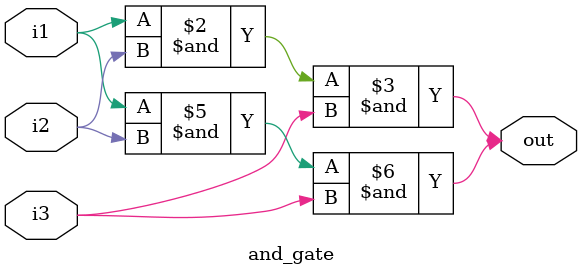
<source format=v>
module and_gate(input i1, i2, i3, output reg out);
   
  always@(i1 or i2 or i3) begin
    out = i1 & i2 & i3;
  end
  
  // or
  always @(*) out = i1 & i2 & i3;
  
endmodule

</source>
